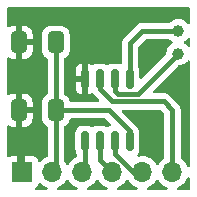
<source format=gbr>
%TF.GenerationSoftware,KiCad,Pcbnew,8.0.5*%
%TF.CreationDate,2025-10-26T06:15:10+01:00*%
%TF.ProjectId,FRTC8563S,46525443-3835-4363-9353-2e6b69636164,rev?*%
%TF.SameCoordinates,Original*%
%TF.FileFunction,Copper,L1,Top*%
%TF.FilePolarity,Positive*%
%FSLAX46Y46*%
G04 Gerber Fmt 4.6, Leading zero omitted, Abs format (unit mm)*
G04 Created by KiCad (PCBNEW 8.0.5) date 2025-10-26 06:15:10*
%MOMM*%
%LPD*%
G01*
G04 APERTURE LIST*
G04 Aperture macros list*
%AMRoundRect*
0 Rectangle with rounded corners*
0 $1 Rounding radius*
0 $2 $3 $4 $5 $6 $7 $8 $9 X,Y pos of 4 corners*
0 Add a 4 corners polygon primitive as box body*
4,1,4,$2,$3,$4,$5,$6,$7,$8,$9,$2,$3,0*
0 Add four circle primitives for the rounded corners*
1,1,$1+$1,$2,$3*
1,1,$1+$1,$4,$5*
1,1,$1+$1,$6,$7*
1,1,$1+$1,$8,$9*
0 Add four rect primitives between the rounded corners*
20,1,$1+$1,$2,$3,$4,$5,0*
20,1,$1+$1,$4,$5,$6,$7,0*
20,1,$1+$1,$6,$7,$8,$9,0*
20,1,$1+$1,$8,$9,$2,$3,0*%
G04 Aperture macros list end*
%TA.AperFunction,ComponentPad*%
%ADD10C,1.000000*%
%TD*%
%TA.AperFunction,SMDPad,CuDef*%
%ADD11RoundRect,0.150000X-0.150000X0.675000X-0.150000X-0.675000X0.150000X-0.675000X0.150000X0.675000X0*%
%TD*%
%TA.AperFunction,SMDPad,CuDef*%
%ADD12RoundRect,0.250000X0.412500X0.650000X-0.412500X0.650000X-0.412500X-0.650000X0.412500X-0.650000X0*%
%TD*%
%TA.AperFunction,ComponentPad*%
%ADD13R,1.700000X1.700000*%
%TD*%
%TA.AperFunction,ComponentPad*%
%ADD14O,1.700000X1.700000*%
%TD*%
%TA.AperFunction,Conductor*%
%ADD15C,0.400000*%
%TD*%
G04 APERTURE END LIST*
D10*
%TO.P,Y1,1,1*%
%TO.N,Xin*%
X155000000Y-46050000D03*
%TO.P,Y1,2,2*%
%TO.N,Xout*%
X155000000Y-47950000D03*
%TD*%
D11*
%TO.P,U1,1,X1*%
%TO.N,Xin*%
X150905000Y-50125000D03*
%TO.P,U1,2,X2*%
%TO.N,Xout*%
X149635000Y-50125000D03*
%TO.P,U1,3,/INT*%
%TO.N,{slash}INT*%
X148365000Y-50125000D03*
%TO.P,U1,4,GND*%
%TO.N,GND*%
X147095000Y-50125000D03*
%TO.P,U1,5,SDA*%
%TO.N,SDA*%
X147095000Y-55375000D03*
%TO.P,U1,6,SCL*%
%TO.N,SCL*%
X148365000Y-55375000D03*
%TO.P,U1,7,SQW*%
%TO.N,SQW*%
X149635000Y-55375000D03*
%TO.P,U1,8,VCC*%
%TO.N,+5V*%
X150905000Y-55375000D03*
%TD*%
D12*
%TO.P,C1,1*%
%TO.N,+5V*%
X144625000Y-47000000D03*
%TO.P,C1,2*%
%TO.N,GND*%
X141500000Y-47000000D03*
%TD*%
%TO.P,C2,1*%
%TO.N,+5V*%
X144625000Y-52750000D03*
%TO.P,C2,2*%
%TO.N,GND*%
X141500000Y-52750000D03*
%TD*%
D13*
%TO.P,J2,1,Pin_1*%
%TO.N,GND*%
X141800000Y-58000000D03*
D14*
%TO.P,J2,2,Pin_2*%
%TO.N,+5V*%
X144340000Y-58000000D03*
%TO.P,J2,3,Pin_3*%
%TO.N,SDA*%
X146880000Y-58000000D03*
%TO.P,J2,4,Pin_4*%
%TO.N,SCL*%
X149420000Y-58000000D03*
%TO.P,J2,5,Pin_5*%
%TO.N,SQW*%
X151960000Y-58000000D03*
%TO.P,J2,6,Pin_6*%
%TO.N,{slash}INT*%
X154500000Y-58000000D03*
%TD*%
D15*
%TO.N,{slash}INT*%
X154500000Y-52750000D02*
X154500000Y-58000000D01*
X153750000Y-52000000D02*
X154500000Y-52750000D01*
X148365000Y-50125000D02*
X148365000Y-50949999D01*
X148365000Y-50949999D02*
X149415001Y-52000000D01*
X149415001Y-52000000D02*
X153750000Y-52000000D01*
%TO.N,+5V*%
X144625000Y-52750000D02*
X149104999Y-52750000D01*
X144625000Y-52750000D02*
X144625000Y-47000000D01*
X144625000Y-52750000D02*
X144625000Y-57715000D01*
X150905000Y-54550001D02*
X150905000Y-55375000D01*
X149104999Y-52750000D02*
X150905000Y-54550001D01*
X144625000Y-57715000D02*
X144340000Y-58000000D01*
%TO.N,SCL*%
X148365000Y-55375000D02*
X148365000Y-56945000D01*
X148365000Y-56945000D02*
X149420000Y-58000000D01*
%TO.N,SDA*%
X147095000Y-55375000D02*
X147095000Y-57785000D01*
X147095000Y-57785000D02*
X146880000Y-58000000D01*
%TO.N,GND*%
X141500000Y-52750000D02*
X141500000Y-57700000D01*
X141500000Y-57700000D02*
X141800000Y-58000000D01*
%TO.N,SQW*%
X149635000Y-55375000D02*
X149635000Y-56447233D01*
X151187767Y-58000000D02*
X151960000Y-58000000D01*
X149635000Y-56447233D02*
X151187767Y-58000000D01*
%TO.N,Xin*%
X150905000Y-50125000D02*
X150905000Y-47095000D01*
X151950000Y-46050000D02*
X155000000Y-46050000D01*
X150905000Y-47095000D02*
X151950000Y-46050000D01*
%TO.N,Xout*%
X151550000Y-51400000D02*
X155000000Y-47950000D01*
X149900000Y-51400000D02*
X151550000Y-51400000D01*
X149635000Y-50125000D02*
X149635000Y-51135000D01*
X149635000Y-51135000D02*
X149900000Y-51400000D01*
%TD*%
%TA.AperFunction,Conductor*%
%TO.N,GND*%
G36*
X155942539Y-44020185D02*
G01*
X155988294Y-44072989D01*
X155999500Y-44124500D01*
X155999500Y-45344240D01*
X155979815Y-45411279D01*
X155927011Y-45457034D01*
X155857853Y-45466978D01*
X155794297Y-45437953D01*
X155779647Y-45422905D01*
X155710883Y-45339116D01*
X155558539Y-45214090D01*
X155558532Y-45214086D01*
X155384733Y-45121188D01*
X155384727Y-45121186D01*
X155196132Y-45063976D01*
X155196129Y-45063975D01*
X155000000Y-45044659D01*
X154803870Y-45063975D01*
X154615266Y-45121188D01*
X154441467Y-45214086D01*
X154441460Y-45214090D01*
X154341796Y-45295883D01*
X154310761Y-45321353D01*
X154246454Y-45348666D01*
X154232098Y-45349500D01*
X151881003Y-45349500D01*
X151772590Y-45371065D01*
X151772589Y-45371065D01*
X151745671Y-45376420D01*
X151618190Y-45429224D01*
X151503454Y-45505887D01*
X150360888Y-46648453D01*
X150360882Y-46648461D01*
X150285769Y-46760877D01*
X150285768Y-46760880D01*
X150284226Y-46763186D01*
X150284225Y-46763189D01*
X150231420Y-46890671D01*
X150231418Y-46890677D01*
X150204500Y-47026004D01*
X150204500Y-48729326D01*
X150184815Y-48796365D01*
X150132011Y-48842120D01*
X150062853Y-48852064D01*
X150045905Y-48848402D01*
X149887573Y-48802402D01*
X149887567Y-48802401D01*
X149850701Y-48799500D01*
X149850694Y-48799500D01*
X149419306Y-48799500D01*
X149419298Y-48799500D01*
X149382432Y-48802401D01*
X149382426Y-48802402D01*
X149224606Y-48848254D01*
X149224603Y-48848255D01*
X149083137Y-48931917D01*
X149076969Y-48936702D01*
X149075072Y-48934256D01*
X149026358Y-48960857D01*
X148956666Y-48955873D01*
X148924296Y-48935069D01*
X148923031Y-48936702D01*
X148916862Y-48931917D01*
X148781837Y-48852064D01*
X148775398Y-48848256D01*
X148775397Y-48848255D01*
X148775396Y-48848255D01*
X148775393Y-48848254D01*
X148617573Y-48802402D01*
X148617567Y-48802401D01*
X148580701Y-48799500D01*
X148580694Y-48799500D01*
X148149306Y-48799500D01*
X148149298Y-48799500D01*
X148112432Y-48802401D01*
X148112426Y-48802402D01*
X147954606Y-48848254D01*
X147954603Y-48848255D01*
X147813140Y-48931915D01*
X147806974Y-48936699D01*
X147805174Y-48934379D01*
X147755913Y-48961230D01*
X147686225Y-48956193D01*
X147653992Y-48935461D01*
X147652722Y-48937100D01*
X147646552Y-48932314D01*
X147505196Y-48848717D01*
X147505193Y-48848716D01*
X147347494Y-48802900D01*
X147347497Y-48802900D01*
X147345000Y-48802703D01*
X147345000Y-51447295D01*
X147345001Y-51447295D01*
X147347486Y-51447100D01*
X147505198Y-51401281D01*
X147632722Y-51325864D01*
X147700446Y-51308681D01*
X147766708Y-51330841D01*
X147798946Y-51363706D01*
X147820887Y-51396544D01*
X147820888Y-51396545D01*
X148262163Y-51837819D01*
X148295648Y-51899142D01*
X148290664Y-51968833D01*
X148248793Y-52024767D01*
X148183328Y-52049184D01*
X148174482Y-52049500D01*
X145899663Y-52049500D01*
X145832624Y-52029815D01*
X145786869Y-51977011D01*
X145778411Y-51951459D01*
X145777500Y-51947207D01*
X145761573Y-51899142D01*
X145722314Y-51780666D01*
X145630212Y-51631344D01*
X145506156Y-51507288D01*
X145384402Y-51432190D01*
X145337679Y-51380243D01*
X145325500Y-51326652D01*
X145325500Y-50865649D01*
X146295000Y-50865649D01*
X146297899Y-50902489D01*
X146297900Y-50902495D01*
X146343716Y-51060193D01*
X146343717Y-51060196D01*
X146427314Y-51201552D01*
X146427321Y-51201561D01*
X146543438Y-51317678D01*
X146543447Y-51317685D01*
X146684801Y-51401281D01*
X146842514Y-51447100D01*
X146842511Y-51447100D01*
X146844998Y-51447295D01*
X146845000Y-51447295D01*
X146845000Y-50375000D01*
X146295000Y-50375000D01*
X146295000Y-50865649D01*
X145325500Y-50865649D01*
X145325500Y-49384350D01*
X146295000Y-49384350D01*
X146295000Y-49875000D01*
X146845000Y-49875000D01*
X146845000Y-48802703D01*
X146842503Y-48802900D01*
X146684806Y-48848716D01*
X146684803Y-48848717D01*
X146543447Y-48932314D01*
X146543438Y-48932321D01*
X146427321Y-49048438D01*
X146427314Y-49048447D01*
X146343717Y-49189803D01*
X146343716Y-49189806D01*
X146297900Y-49347504D01*
X146297899Y-49347510D01*
X146295000Y-49384350D01*
X145325500Y-49384350D01*
X145325500Y-48423347D01*
X145345185Y-48356308D01*
X145384401Y-48317810D01*
X145506156Y-48242712D01*
X145630212Y-48118656D01*
X145722314Y-47969334D01*
X145777499Y-47802797D01*
X145788000Y-47700009D01*
X145787999Y-46299992D01*
X145777499Y-46197203D01*
X145722314Y-46030666D01*
X145630212Y-45881344D01*
X145506156Y-45757288D01*
X145356834Y-45665186D01*
X145190297Y-45610001D01*
X145190295Y-45610000D01*
X145087510Y-45599500D01*
X144162498Y-45599500D01*
X144162480Y-45599501D01*
X144059703Y-45610000D01*
X144059700Y-45610001D01*
X143893168Y-45665185D01*
X143893163Y-45665187D01*
X143743842Y-45757289D01*
X143619789Y-45881342D01*
X143527687Y-46030663D01*
X143527685Y-46030668D01*
X143527615Y-46030880D01*
X143472501Y-46197203D01*
X143472501Y-46197204D01*
X143472500Y-46197204D01*
X143462000Y-46299983D01*
X143462000Y-47700001D01*
X143462001Y-47700018D01*
X143472500Y-47802796D01*
X143472501Y-47802799D01*
X143527685Y-47969331D01*
X143527687Y-47969336D01*
X143552340Y-48009305D01*
X143619788Y-48118656D01*
X143743844Y-48242712D01*
X143865597Y-48317809D01*
X143912321Y-48369755D01*
X143924500Y-48423347D01*
X143924500Y-51326652D01*
X143904815Y-51393691D01*
X143865598Y-51432189D01*
X143788335Y-51479845D01*
X143743842Y-51507289D01*
X143619789Y-51631342D01*
X143527687Y-51780663D01*
X143527685Y-51780668D01*
X143527615Y-51780880D01*
X143472501Y-51947203D01*
X143472501Y-51947204D01*
X143472500Y-51947204D01*
X143462000Y-52049983D01*
X143462000Y-53450001D01*
X143462001Y-53450018D01*
X143472500Y-53552796D01*
X143472501Y-53552799D01*
X143527615Y-53719119D01*
X143527686Y-53719334D01*
X143619788Y-53868656D01*
X143743844Y-53992712D01*
X143865597Y-54067809D01*
X143912321Y-54119755D01*
X143924500Y-54173347D01*
X143924500Y-56624641D01*
X143904815Y-56691680D01*
X143852905Y-56737023D01*
X143662171Y-56825964D01*
X143662169Y-56825965D01*
X143468600Y-56961503D01*
X143346284Y-57083819D01*
X143284961Y-57117303D01*
X143215269Y-57112319D01*
X143159336Y-57070447D01*
X143142421Y-57039470D01*
X143093354Y-56907913D01*
X143093350Y-56907906D01*
X143007190Y-56792812D01*
X143007187Y-56792809D01*
X142892093Y-56706649D01*
X142892086Y-56706645D01*
X142757379Y-56656403D01*
X142757372Y-56656401D01*
X142697844Y-56650000D01*
X142050000Y-56650000D01*
X142050000Y-57566988D01*
X141992993Y-57534075D01*
X141865826Y-57500000D01*
X141734174Y-57500000D01*
X141607007Y-57534075D01*
X141550000Y-57566988D01*
X141550000Y-56650000D01*
X140902155Y-56650000D01*
X140842627Y-56656401D01*
X140842620Y-56656403D01*
X140707913Y-56706645D01*
X140707911Y-56706646D01*
X140698810Y-56713460D01*
X140633345Y-56737876D01*
X140565072Y-56723024D01*
X140515667Y-56673618D01*
X140500500Y-56614192D01*
X140500500Y-54141303D01*
X140520185Y-54074264D01*
X140572989Y-54028509D01*
X140642147Y-54018565D01*
X140689598Y-54035765D01*
X140768373Y-54084355D01*
X140768380Y-54084358D01*
X140934802Y-54139505D01*
X140934809Y-54139506D01*
X141037519Y-54149999D01*
X141249999Y-54149999D01*
X141750000Y-54149999D01*
X141962472Y-54149999D01*
X141962486Y-54149998D01*
X142065197Y-54139505D01*
X142231619Y-54084358D01*
X142231624Y-54084356D01*
X142380845Y-53992315D01*
X142504815Y-53868345D01*
X142596856Y-53719124D01*
X142596858Y-53719119D01*
X142652005Y-53552697D01*
X142652006Y-53552690D01*
X142662499Y-53449986D01*
X142662500Y-53449973D01*
X142662500Y-53000000D01*
X141750000Y-53000000D01*
X141750000Y-54149999D01*
X141249999Y-54149999D01*
X141250000Y-54149998D01*
X141250000Y-52500000D01*
X141750000Y-52500000D01*
X142662499Y-52500000D01*
X142662499Y-52050028D01*
X142662498Y-52050013D01*
X142652005Y-51947302D01*
X142596858Y-51780880D01*
X142596856Y-51780875D01*
X142504815Y-51631654D01*
X142380845Y-51507684D01*
X142231624Y-51415643D01*
X142231619Y-51415641D01*
X142065197Y-51360494D01*
X142065190Y-51360493D01*
X141962486Y-51350000D01*
X141750000Y-51350000D01*
X141750000Y-52500000D01*
X141250000Y-52500000D01*
X141250000Y-51350000D01*
X141037529Y-51350000D01*
X141037512Y-51350001D01*
X140934802Y-51360494D01*
X140768380Y-51415641D01*
X140768375Y-51415643D01*
X140689597Y-51464235D01*
X140622204Y-51482675D01*
X140555541Y-51461752D01*
X140510771Y-51408110D01*
X140500500Y-51358696D01*
X140500500Y-48391303D01*
X140520185Y-48324264D01*
X140572989Y-48278509D01*
X140642147Y-48268565D01*
X140689598Y-48285765D01*
X140768373Y-48334355D01*
X140768380Y-48334358D01*
X140934802Y-48389505D01*
X140934809Y-48389506D01*
X141037519Y-48399999D01*
X141249999Y-48399999D01*
X141750000Y-48399999D01*
X141962472Y-48399999D01*
X141962486Y-48399998D01*
X142065197Y-48389505D01*
X142231619Y-48334358D01*
X142231624Y-48334356D01*
X142380845Y-48242315D01*
X142504815Y-48118345D01*
X142596856Y-47969124D01*
X142596858Y-47969119D01*
X142652005Y-47802697D01*
X142652006Y-47802690D01*
X142662499Y-47699986D01*
X142662500Y-47699973D01*
X142662500Y-47250000D01*
X141750000Y-47250000D01*
X141750000Y-48399999D01*
X141249999Y-48399999D01*
X141250000Y-48399998D01*
X141250000Y-46750000D01*
X141750000Y-46750000D01*
X142662499Y-46750000D01*
X142662499Y-46300028D01*
X142662498Y-46300013D01*
X142652005Y-46197302D01*
X142596858Y-46030880D01*
X142596856Y-46030875D01*
X142504815Y-45881654D01*
X142380845Y-45757684D01*
X142231624Y-45665643D01*
X142231619Y-45665641D01*
X142065197Y-45610494D01*
X142065190Y-45610493D01*
X141962486Y-45600000D01*
X141750000Y-45600000D01*
X141750000Y-46750000D01*
X141250000Y-46750000D01*
X141250000Y-45600000D01*
X141037529Y-45600000D01*
X141037512Y-45600001D01*
X140934802Y-45610494D01*
X140768380Y-45665641D01*
X140768375Y-45665643D01*
X140689597Y-45714235D01*
X140622204Y-45732675D01*
X140555541Y-45711752D01*
X140510771Y-45658110D01*
X140500500Y-45608696D01*
X140500500Y-44124500D01*
X140520185Y-44057461D01*
X140572989Y-44011706D01*
X140624500Y-44000500D01*
X155875500Y-44000500D01*
X155942539Y-44020185D01*
G37*
%TD.AperFunction*%
%TD*%
%TA.AperFunction,NonConductor*%
G36*
X155967005Y-46672076D02*
G01*
X155997721Y-46734832D01*
X155999500Y-46755759D01*
X155999500Y-47244240D01*
X155979815Y-47311279D01*
X155927011Y-47357034D01*
X155857853Y-47366978D01*
X155794297Y-47337953D01*
X155779647Y-47322905D01*
X155710883Y-47239116D01*
X155558539Y-47114091D01*
X155558538Y-47114090D01*
X155549687Y-47109359D01*
X155499843Y-47060398D01*
X155484381Y-46992261D01*
X155508211Y-46926581D01*
X155549686Y-46890641D01*
X155558538Y-46885910D01*
X155710883Y-46760883D01*
X155779646Y-46677094D01*
X155837392Y-46637760D01*
X155907237Y-46635889D01*
X155967005Y-46672076D01*
G37*
%TD.AperFunction*%
%TA.AperFunction,NonConductor*%
G36*
X154299137Y-46770185D02*
G01*
X154310757Y-46778642D01*
X154320720Y-46786819D01*
X154441460Y-46885909D01*
X154441464Y-46885911D01*
X154450314Y-46890642D01*
X154500158Y-46939605D01*
X154515618Y-47007743D01*
X154491786Y-47073422D01*
X154450314Y-47109358D01*
X154441464Y-47114088D01*
X154441460Y-47114090D01*
X154289116Y-47239116D01*
X154164090Y-47391460D01*
X154164086Y-47391467D01*
X154071188Y-47565266D01*
X154013975Y-47753870D01*
X153997403Y-47922133D01*
X153971242Y-47986921D01*
X153961681Y-47997660D01*
X151917181Y-50042161D01*
X151855858Y-50075646D01*
X151786166Y-50070662D01*
X151730233Y-50028790D01*
X151705816Y-49963326D01*
X151705500Y-49954480D01*
X151705500Y-49384313D01*
X151705499Y-49384298D01*
X151702598Y-49347432D01*
X151702597Y-49347426D01*
X151656745Y-49189606D01*
X151656744Y-49189602D01*
X151647170Y-49173413D01*
X151622768Y-49132150D01*
X151605500Y-49069030D01*
X151605500Y-47436519D01*
X151625185Y-47369480D01*
X151641819Y-47348838D01*
X152203838Y-46786819D01*
X152265161Y-46753334D01*
X152291519Y-46750500D01*
X154232098Y-46750500D01*
X154299137Y-46770185D01*
G37*
%TD.AperFunction*%
%TA.AperFunction,NonConductor*%
G36*
X153475520Y-52720185D02*
G01*
X153496162Y-52736819D01*
X153763181Y-53003838D01*
X153796666Y-53065161D01*
X153799500Y-53091519D01*
X153799500Y-56777288D01*
X153779815Y-56844327D01*
X153746624Y-56878863D01*
X153628594Y-56961508D01*
X153461505Y-57128597D01*
X153331575Y-57314158D01*
X153276998Y-57357783D01*
X153207500Y-57364977D01*
X153145145Y-57333454D01*
X153128425Y-57314158D01*
X152998494Y-57128597D01*
X152831402Y-56961506D01*
X152831395Y-56961501D01*
X152637834Y-56825967D01*
X152637830Y-56825965D01*
X152533442Y-56777288D01*
X152423663Y-56726097D01*
X152423659Y-56726096D01*
X152423655Y-56726094D01*
X152195413Y-56664938D01*
X152195403Y-56664936D01*
X151960001Y-56644341D01*
X151959999Y-56644341D01*
X151724596Y-56664936D01*
X151724583Y-56664939D01*
X151673567Y-56678608D01*
X151603717Y-56676944D01*
X151545855Y-56637781D01*
X151518352Y-56573552D01*
X151529939Y-56504650D01*
X151553796Y-56471150D01*
X151573081Y-56451865D01*
X151656744Y-56310398D01*
X151702598Y-56152569D01*
X151705500Y-56115694D01*
X151705500Y-54634306D01*
X151702598Y-54597431D01*
X151656744Y-54439602D01*
X151573081Y-54298135D01*
X151566294Y-54291348D01*
X151539415Y-54251122D01*
X151525775Y-54218190D01*
X151449114Y-54103458D01*
X151449112Y-54103455D01*
X151449111Y-54103454D01*
X150257837Y-52912181D01*
X150224352Y-52850858D01*
X150229336Y-52781166D01*
X150271208Y-52725233D01*
X150336672Y-52700816D01*
X150345518Y-52700500D01*
X153408481Y-52700500D01*
X153475520Y-52720185D01*
G37*
%TD.AperFunction*%
%TA.AperFunction,NonConductor*%
G36*
X148830519Y-53470185D02*
G01*
X148851161Y-53486819D01*
X149261695Y-53897353D01*
X149295180Y-53958676D01*
X149290196Y-54028368D01*
X149248324Y-54084301D01*
X149231264Y-54094196D01*
X149231317Y-54094285D01*
X149083137Y-54181917D01*
X149076969Y-54186702D01*
X149075072Y-54184256D01*
X149026358Y-54210857D01*
X148956666Y-54205873D01*
X148924296Y-54185069D01*
X148923031Y-54186702D01*
X148916862Y-54181917D01*
X148775396Y-54098255D01*
X148775393Y-54098254D01*
X148617573Y-54052402D01*
X148617567Y-54052401D01*
X148580701Y-54049500D01*
X148580694Y-54049500D01*
X148149306Y-54049500D01*
X148149298Y-54049500D01*
X148112432Y-54052401D01*
X148112426Y-54052402D01*
X147954606Y-54098254D01*
X147954603Y-54098255D01*
X147813137Y-54181917D01*
X147806969Y-54186702D01*
X147805072Y-54184256D01*
X147756358Y-54210857D01*
X147686666Y-54205873D01*
X147654296Y-54185069D01*
X147653031Y-54186702D01*
X147646862Y-54181917D01*
X147505396Y-54098255D01*
X147505393Y-54098254D01*
X147347573Y-54052402D01*
X147347567Y-54052401D01*
X147310701Y-54049500D01*
X147310694Y-54049500D01*
X146879306Y-54049500D01*
X146879298Y-54049500D01*
X146842432Y-54052401D01*
X146842426Y-54052402D01*
X146684606Y-54098254D01*
X146684603Y-54098255D01*
X146543137Y-54181917D01*
X146543129Y-54181923D01*
X146426923Y-54298129D01*
X146426917Y-54298137D01*
X146343255Y-54439603D01*
X146343254Y-54439606D01*
X146297402Y-54597426D01*
X146297401Y-54597432D01*
X146294500Y-54634298D01*
X146294500Y-56115701D01*
X146297401Y-56152567D01*
X146297402Y-56152573D01*
X146343254Y-56310393D01*
X146343255Y-56310396D01*
X146377232Y-56367848D01*
X146394500Y-56430969D01*
X146394500Y-56657282D01*
X146374815Y-56724321D01*
X146322906Y-56769664D01*
X146202168Y-56825966D01*
X146008597Y-56961505D01*
X145841505Y-57128597D01*
X145711575Y-57314158D01*
X145656998Y-57357783D01*
X145587500Y-57364977D01*
X145525145Y-57333454D01*
X145508425Y-57314158D01*
X145378494Y-57128597D01*
X145361819Y-57111922D01*
X145328334Y-57050599D01*
X145325500Y-57024241D01*
X145325500Y-54173347D01*
X145345185Y-54106308D01*
X145384401Y-54067810D01*
X145506156Y-53992712D01*
X145630212Y-53868656D01*
X145722314Y-53719334D01*
X145777499Y-53552797D01*
X145777499Y-53552793D01*
X145778412Y-53548533D01*
X145811699Y-53487102D01*
X145872914Y-53453419D01*
X145899663Y-53450500D01*
X148763480Y-53450500D01*
X148830519Y-53470185D01*
G37*
%TD.AperFunction*%
%TA.AperFunction,NonConductor*%
G36*
X155967005Y-48572076D02*
G01*
X155997721Y-48634832D01*
X155999500Y-48655759D01*
X155999500Y-57460803D01*
X155979815Y-57527842D01*
X155927011Y-57573597D01*
X155857853Y-57583541D01*
X155794297Y-57554516D01*
X155763118Y-57513208D01*
X155674035Y-57322171D01*
X155674034Y-57322169D01*
X155538494Y-57128597D01*
X155371404Y-56961508D01*
X155371402Y-56961506D01*
X155371401Y-56961505D01*
X155371396Y-56961501D01*
X155371393Y-56961499D01*
X155253376Y-56878861D01*
X155209751Y-56824284D01*
X155200500Y-56777287D01*
X155200500Y-52681004D01*
X155173581Y-52545677D01*
X155173580Y-52545676D01*
X155173580Y-52545672D01*
X155154662Y-52500000D01*
X155120778Y-52418195D01*
X155120776Y-52418191D01*
X155120775Y-52418189D01*
X155063059Y-52331811D01*
X155063057Y-52331808D01*
X155044116Y-52303459D01*
X155044114Y-52303457D01*
X154196546Y-51455888D01*
X154196545Y-51455887D01*
X154081807Y-51379222D01*
X153954332Y-51326421D01*
X153954322Y-51326418D01*
X153818996Y-51299500D01*
X153818994Y-51299500D01*
X153818993Y-51299500D01*
X152940519Y-51299500D01*
X152873480Y-51279815D01*
X152827725Y-51227011D01*
X152817781Y-51157853D01*
X152846806Y-51094297D01*
X152852838Y-51087819D01*
X153075008Y-50865649D01*
X154952339Y-48988316D01*
X155013660Y-48954833D01*
X155027855Y-48952597D01*
X155196132Y-48936024D01*
X155384727Y-48878814D01*
X155441035Y-48848717D01*
X155526752Y-48802900D01*
X155558538Y-48785910D01*
X155710883Y-48660883D01*
X155779646Y-48577094D01*
X155837392Y-48537760D01*
X155907237Y-48535889D01*
X155967005Y-48572076D01*
G37*
%TD.AperFunction*%
%TA.AperFunction,NonConductor*%
G36*
X155943365Y-58435416D02*
G01*
X155988700Y-58488581D01*
X155999500Y-58539196D01*
X155999500Y-59375500D01*
X155979815Y-59442539D01*
X155927011Y-59488294D01*
X155875500Y-59499500D01*
X155039196Y-59499500D01*
X154972157Y-59479815D01*
X154926402Y-59427011D01*
X154916458Y-59357853D01*
X154945483Y-59294297D01*
X154986791Y-59263118D01*
X155177830Y-59174035D01*
X155371401Y-59038495D01*
X155538495Y-58871401D01*
X155674035Y-58677830D01*
X155763118Y-58486790D01*
X155809290Y-58434352D01*
X155876484Y-58415200D01*
X155943365Y-58435416D01*
G37*
%TD.AperFunction*%
%TA.AperFunction,NonConductor*%
G36*
X153314855Y-58666546D02*
G01*
X153331575Y-58685842D01*
X153461500Y-58871395D01*
X153461505Y-58871401D01*
X153628599Y-59038495D01*
X153705135Y-59092086D01*
X153822165Y-59174032D01*
X153822167Y-59174033D01*
X153822170Y-59174035D01*
X154013209Y-59263118D01*
X154065648Y-59309290D01*
X154084800Y-59376484D01*
X154064584Y-59443365D01*
X154011419Y-59488700D01*
X153960804Y-59499500D01*
X152499196Y-59499500D01*
X152432157Y-59479815D01*
X152386402Y-59427011D01*
X152376458Y-59357853D01*
X152405483Y-59294297D01*
X152446791Y-59263118D01*
X152637830Y-59174035D01*
X152831401Y-59038495D01*
X152998495Y-58871401D01*
X153128425Y-58685842D01*
X153183002Y-58642217D01*
X153252500Y-58635023D01*
X153314855Y-58666546D01*
G37*
%TD.AperFunction*%
%TA.AperFunction,NonConductor*%
G36*
X150774855Y-58666546D02*
G01*
X150791575Y-58685842D01*
X150921500Y-58871395D01*
X150921505Y-58871401D01*
X151088599Y-59038495D01*
X151165135Y-59092086D01*
X151282165Y-59174032D01*
X151282167Y-59174033D01*
X151282170Y-59174035D01*
X151473209Y-59263118D01*
X151525648Y-59309290D01*
X151544800Y-59376484D01*
X151524584Y-59443365D01*
X151471419Y-59488700D01*
X151420804Y-59499500D01*
X149959196Y-59499500D01*
X149892157Y-59479815D01*
X149846402Y-59427011D01*
X149836458Y-59357853D01*
X149865483Y-59294297D01*
X149906791Y-59263118D01*
X150097830Y-59174035D01*
X150291401Y-59038495D01*
X150458495Y-58871401D01*
X150588425Y-58685842D01*
X150643002Y-58642217D01*
X150712500Y-58635023D01*
X150774855Y-58666546D01*
G37*
%TD.AperFunction*%
%TA.AperFunction,NonConductor*%
G36*
X148234855Y-58666546D02*
G01*
X148251575Y-58685842D01*
X148381500Y-58871395D01*
X148381505Y-58871401D01*
X148548599Y-59038495D01*
X148625135Y-59092086D01*
X148742165Y-59174032D01*
X148742167Y-59174033D01*
X148742170Y-59174035D01*
X148933209Y-59263118D01*
X148985648Y-59309290D01*
X149004800Y-59376484D01*
X148984584Y-59443365D01*
X148931419Y-59488700D01*
X148880804Y-59499500D01*
X147419196Y-59499500D01*
X147352157Y-59479815D01*
X147306402Y-59427011D01*
X147296458Y-59357853D01*
X147325483Y-59294297D01*
X147366791Y-59263118D01*
X147557830Y-59174035D01*
X147751401Y-59038495D01*
X147918495Y-58871401D01*
X148048425Y-58685842D01*
X148103002Y-58642217D01*
X148172500Y-58635023D01*
X148234855Y-58666546D01*
G37*
%TD.AperFunction*%
%TA.AperFunction,NonConductor*%
G36*
X145694855Y-58666546D02*
G01*
X145711575Y-58685842D01*
X145841500Y-58871395D01*
X145841505Y-58871401D01*
X146008599Y-59038495D01*
X146085135Y-59092086D01*
X146202165Y-59174032D01*
X146202167Y-59174033D01*
X146202170Y-59174035D01*
X146393209Y-59263118D01*
X146445648Y-59309290D01*
X146464800Y-59376484D01*
X146444584Y-59443365D01*
X146391419Y-59488700D01*
X146340804Y-59499500D01*
X144879196Y-59499500D01*
X144812157Y-59479815D01*
X144766402Y-59427011D01*
X144756458Y-59357853D01*
X144785483Y-59294297D01*
X144826791Y-59263118D01*
X145017830Y-59174035D01*
X145211401Y-59038495D01*
X145378495Y-58871401D01*
X145508425Y-58685842D01*
X145563002Y-58642217D01*
X145632500Y-58635023D01*
X145694855Y-58666546D01*
G37*
%TD.AperFunction*%
%TA.AperFunction,NonConductor*%
G36*
X143318030Y-58895030D02*
G01*
X143346285Y-58916181D01*
X143468599Y-59038495D01*
X143545135Y-59092086D01*
X143662165Y-59174032D01*
X143662167Y-59174033D01*
X143662170Y-59174035D01*
X143853209Y-59263118D01*
X143905648Y-59309290D01*
X143924800Y-59376484D01*
X143904584Y-59443365D01*
X143851419Y-59488700D01*
X143800804Y-59499500D01*
X142989269Y-59499500D01*
X142922230Y-59479815D01*
X142876475Y-59427011D01*
X142866531Y-59357853D01*
X142895556Y-59294297D01*
X142914958Y-59276234D01*
X143007187Y-59207190D01*
X143007190Y-59207187D01*
X143093350Y-59092093D01*
X143093354Y-59092086D01*
X143142422Y-58960529D01*
X143184293Y-58904595D01*
X143249757Y-58880178D01*
X143318030Y-58895030D01*
G37*
%TD.AperFunction*%
M02*

</source>
